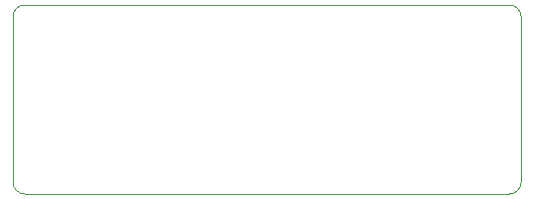
<source format=gbr>
G04 #@! TF.GenerationSoftware,KiCad,Pcbnew,(5.1.4)-1*
G04 #@! TF.CreationDate,2020-10-17T14:20:49+02:00*
G04 #@! TF.ProjectId,Long range deauther,4c6f6e67-2072-4616-9e67-652064656175,rev?*
G04 #@! TF.SameCoordinates,Original*
G04 #@! TF.FileFunction,Profile,NP*
%FSLAX46Y46*%
G04 Gerber Fmt 4.6, Leading zero omitted, Abs format (unit mm)*
G04 Created by KiCad (PCBNEW (5.1.4)-1) date 2020-10-17 14:20:49*
%MOMM*%
%LPD*%
G04 APERTURE LIST*
%ADD10C,0.050000*%
G04 APERTURE END LIST*
D10*
X128000000Y-75000000D02*
X126984000Y-75000000D01*
X128000000Y-91000000D02*
X126984000Y-91000000D01*
X169000000Y-76000000D02*
X169000000Y-90000000D01*
X168000000Y-75000000D02*
G75*
G02X169000000Y-76000000I0J-1000000D01*
G01*
X169000000Y-90000000D02*
G75*
G02X168000000Y-91000000I-1000000J0D01*
G01*
X126984000Y-91000000D02*
G75*
G02X125984000Y-90000000I0J1000000D01*
G01*
X125984000Y-76000000D02*
G75*
G02X126984000Y-75000000I1000000J0D01*
G01*
X128000000Y-75000000D02*
X168000000Y-75000000D01*
X128000000Y-91000000D02*
X168000000Y-91000000D01*
X125984000Y-76000000D02*
X125984000Y-90000000D01*
M02*

</source>
